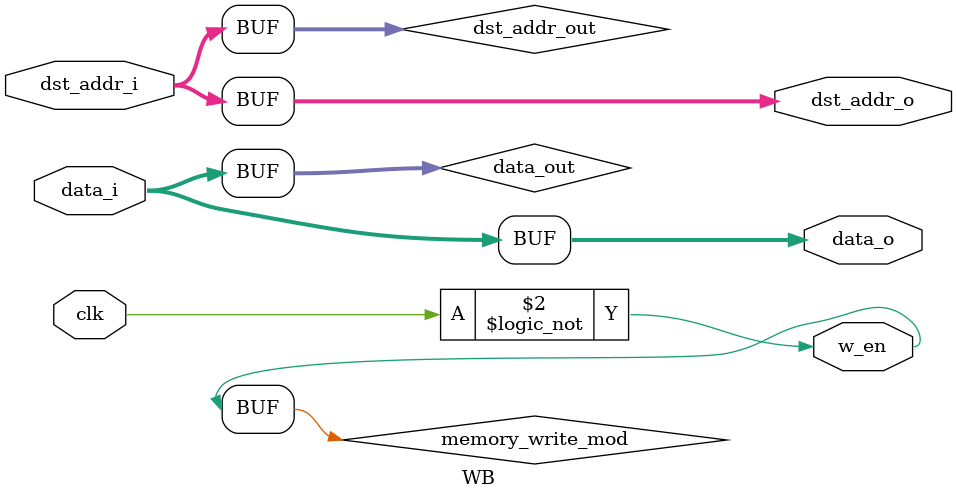
<source format=v>
module WB (dst_addr_i,
           data_i,
           clk,
           dst_addr_o,
           data_o,
           w_en);
    
    parameter ADDR_LEN  = 5;
    parameter WORD_SIZE = 32;
    
    input [ADDR_LEN-1:0]dst_addr_i;
    input [WORD_SIZE-1:0]data_i;
    input clk;
    
    output [ADDR_LEN-1:0]dst_addr_o;
    output [WORD_SIZE-1:0]data_o;
    output w_en;
    
    reg [ADDR_LEN-1:0]dst_addr_out;
    reg [WORD_SIZE-1:0]data_out;
    reg memory_write_mod;
    
    assign dst_addr_o = dst_addr_out;
    assign data_o     = data_out;
    assign w_en       = memory_write_mod;
    
    always @(*)
    begin
        dst_addr_out     <= dst_addr_i;
        data_out         <= data_i;
        memory_write_mod <= !clk;
    end
    
    // always @(posedge clk)
    //     memory_write_mod <= 0;
    
    initial
        $monitor($time, "\t [WB] dst_addr_i = %d, data_i = %b, dst_addr_o = %d, data_o = %b, w_en = %b", dst_addr_i, data_i, dst_addr_o, data_o, w_en);
    
endmodule

</source>
